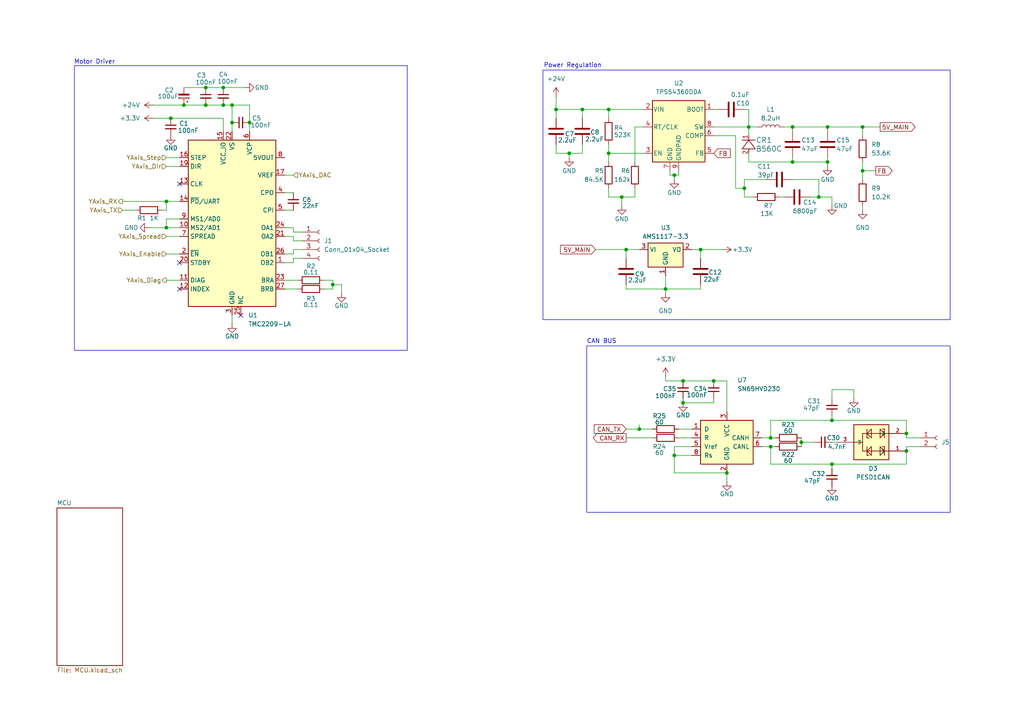
<source format=kicad_sch>
(kicad_sch (version 20250114) (generator "eeschema") (generator_version "9.0")
  (paper "A4")
  (lib_symbols
    (symbol "AS5600L:AS5600L-ASOM" (pin_names (offset 0.254))
      (property "Reference" "U" (at 20.32 10.16 0))
      (property "Value" "AS5600L-ASOM" (at 20.32 7.62 0))
      (symbol "AS5600L-ASOM_0_1"
        (polyline (pts (xy 7.62 5.08) (xy 7.62 -12.7)) (stroke (width 0.127)))
        (polyline (pts (xy 7.62 -12.7) (xy 33.02 -12.7)) (stroke (width 0.127)))
        (polyline (pts (xy 33.02 5.08) (xy 7.62 5.08)) (stroke (width 0.127)))
        (polyline (pts (xy 33.02 -12.7) (xy 33.02 5.08)) (stroke (width 0.127)))
        (pin unspecified line (at 0 0 0) (length 7.62) (name "VDD5V") (number "1"))
        (pin unspecified line (at 0 -2.54 0) (length 7.62) (name "VDD3V3") (number "2"))
        (pin unspecified line (at 0 -5.08 0) (length 7.62) (name "OUT") (number "3"))
        (pin unspecified line (at 0 -7.62 0) (length 7.62) (name "GND") (number "4"))
        (pin unspecified line (at 40.64 0 180) (length 7.62) (name "DIR") (number "8"))
        (pin unspecified line (at 40.64 -2.54 180) (length 7.62) (name "SCL") (number "7"))
        (pin unspecified line (at 40.64 -5.08 180) (length 7.62) (name "SDA") (number "6"))
        (pin unspecified line (at 40.64 -7.62 180) (length 7.62) (name "PGO") (number "5"))
      )
    )
    (symbol "B560C-13-F:B560C-13-F" (pin_names (offset 0.254))
      (property "Reference" "CR1" (at 6.3501 -3.81 90))
      (property "Value" "B560C" (at 3.8101 -3.81 90))
      (symbol "B560C-13-F_1_1"
        (polyline (pts (xy 2.54 0) (xy 3.4798 0)) (stroke (width 0.2032)))
        (polyline (pts (xy 3.175 0) (xy 3.81 0)) (stroke (width 0.2032)))
        (polyline (pts (xy 3.81 1.905) (xy 3.81 -1.905)) (stroke (width 0.2032)))
        (polyline (pts (xy 3.81 -1.905) (xy 6.35 0)) (stroke (width 0.2032)))
        (polyline (pts (xy 6.35 0) (xy 3.81 1.905)) (stroke (width 0.2032)))
        (polyline (pts (xy 6.35 0) (xy 7.62 0)) (stroke (width 0.2032)))
        (polyline (pts (xy 6.35 -1.905) (xy 6.35 1.905)) (stroke (width 0.2032)))
        (pin unspecified line (at 2.54 0 0) (length 0.5) (name "") (number "2"))
        (pin unspecified line (at 7.62 0 180) (length 0.5) (name "") (number "1"))
      )
      (symbol "B560C-13-F_1_2"
        (polyline (pts (xy -1.905 3.81) (xy 1.905 3.81)) (stroke (width 0.2032)))
        (polyline (pts (xy 0 6.35) (xy -1.905 3.81)) (stroke (width 0.2032)))
        (polyline (pts (xy 0 6.35) (xy 0 7.62)) (stroke (width 0.2032)))
        (polyline (pts (xy 0 3.175) (xy 0 3.81)) (stroke (width 0.2032)))
        (polyline (pts (xy 0 2.54) (xy 0 3.4798)) (stroke (width 0.2032)))
        (polyline (pts (xy 1.905 6.35) (xy -1.905 6.35)) (stroke (width 0.2032)))
        (polyline (pts (xy 1.905 3.81) (xy 0 6.35)) (stroke (width 0.2032)))
        (pin unspecified line (at 0 10.16 270) (length 2.54) (name "") (number "1"))
        (pin unspecified line (at 0 0 90) (length 2.54) (name "") (number "2"))
      )
    )
    (symbol "Connector:Conn_01x02_Socket" (pin_names (offset 1.016) (hide yes))
      (property "Reference" "J" (at 0 2.54 0))
      (property "Value" "Conn_01x02_Socket" (at 0 -5.08 0))
      (symbol "Conn_01x02_Socket_1_1"
        (polyline (pts (xy -1.27 0) (xy -0.508 0)) (stroke (width 0.1524)))
        (polyline (pts (xy -1.27 -2.54) (xy -0.508 -2.54)) (stroke (width 0.1524)))
        (arc (start 0 -0.508) (mid -0.5058 0) (end 0 0.508) (stroke (width 0.1524)))
        (arc (start 0 -3.048) (mid -0.5058 -2.54) (end 0 -2.032) (stroke (width 0.1524)))
        (pin passive line (at -5.08 0 0) (length 3.81) (name "Pin_1") (number "1"))
        (pin passive line (at -5.08 -2.54 0) (length 3.81) (name "Pin_2") (number "2"))
      )
    )
    (symbol "Connector:Conn_01x04_Socket" (pin_names (offset 1.016) (hide yes))
      (property "Reference" "J" (at 0 5.08 0))
      (property "Value" "Conn_01x04_Socket" (at 0 -7.62 0))
      (symbol "Conn_01x04_Socket_1_1"
        (polyline (pts (xy -1.27 2.54) (xy -0.508 2.54)) (stroke (width 0.1524)))
        (polyline (pts (xy -1.27 0) (xy -0.508 0)) (stroke (width 0.1524)))
        (polyline (pts (xy -1.27 -2.54) (xy -0.508 -2.54)) (stroke (width 0.1524)))
        (polyline (pts (xy -1.27 -5.08) (xy -0.508 -5.08)) (stroke (width 0.1524)))
        (arc (start 0 2.032) (mid -0.5058 2.54) (end 0 3.048) (stroke (width 0.1524)))
        (arc (start 0 -0.508) (mid -0.5058 0) (end 0 0.508) (stroke (width 0.1524)))
        (arc (start 0 -3.048) (mid -0.5058 -2.54) (end 0 -2.032) (stroke (width 0.1524)))
        (arc (start 0 -5.588) (mid -0.5058 -5.08) (end 0 -4.572) (stroke (width 0.1524)))
        (pin passive line (at -5.08 2.54 0) (length 3.81) (name "Pin_1") (number "1"))
        (pin passive line (at -5.08 0 0) (length 3.81) (name "Pin_2") (number "2"))
        (pin passive line (at -5.08 -2.54 0) (length 3.81) (name "Pin_3") (number "3"))
        (pin passive line (at -5.08 -5.08 0) (length 3.81) (name "Pin_4") (number "4"))
      )
    )
    (symbol "Device:C" (pin_numbers (hide yes)) (pin_names (offset 0.254))
      (property "Reference" "C" (at 0.635 2.54 0))
      (property "Value" "C" (at 0.635 -2.54 0))
      (symbol "C_0_1"
        (polyline (pts (xy -2.032 0.762) (xy 2.032 0.762)) (stroke (width 0.508)))
        (polyline (pts (xy -2.032 -0.762) (xy 2.032 -0.762)) (stroke (width 0.508)))
      )
      (symbol "C_1_1"
        (pin passive line (at 0 3.81 270) (length 2.794) (name "~") (number "1"))
        (pin passive line (at 0 -3.81 90) (length 2.794) (name "~") (number "2"))
      )
    )
    (symbol "Device:C_Polarized_Small" (pin_numbers (hide yes)) (pin_names (offset 0.254) (hide yes))
      (property "Reference" "C" (at 0.254 1.778 0))
      (property "Value" "C_Polarized_Small" (at 0.254 -2.032 0))
      (symbol "C_Polarized_Small_0_1"
        (rectangle (start -1.524 0.6858) (end 1.524 0.3048))
        (rectangle (start -1.524 -0.3048) (end 1.524 -0.6858) (fill (type outline)))
        (polyline (pts (xy -1.27 1.524) (xy -0.762 1.524)))
        (polyline (pts (xy -1.016 1.27) (xy -1.016 1.778)))
      )
      (symbol "C_Polarized_Small_1_1"
        (pin passive line (at 0 2.54 270) (length 1.8542) (name "~") (number "1"))
        (pin passive line (at 0 -2.54 90) (length 1.8542) (name "~") (number "2"))
      )
    )
    (symbol "Device:C_Small" (pin_numbers (hide yes)) (pin_names (offset 0.254) (hide yes))
      (property "Reference" "C" (at 0.254 1.778 0))
      (property "Value" "C_Small" (at 0.254 -2.032 0))
      (symbol "C_Small_0_1"
        (polyline (pts (xy -1.524 0.508) (xy 1.524 0.508)) (stroke (width 0.3048)))
        (polyline (pts (xy -1.524 -0.508) (xy 1.524 -0.508)) (stroke (width 0.3302)))
      )
      (symbol "C_Small_1_1"
        (pin passive line (at 0 2.54 270) (length 2.032) (name "~") (number "1"))
        (pin passive line (at 0 -2.54 90) (length 2.032) (name "~") (number "2"))
      )
    )
    (symbol "Device:L" (pin_numbers (hide yes)) (pin_names (offset 1.016) (hide yes))
      (property "Reference" "L" (at -1.27 0 90))
      (property "Value" "L" (at 1.905 0 90))
      (symbol "L_0_1"
        (arc (start 0 2.54) (mid 0.6323 1.905) (end 0 1.27))
        (arc (start 0 1.27) (mid 0.6323 0.635) (end 0 0))
        (arc (start 0 0) (mid 0.6323 -0.635) (end 0 -1.27))
        (arc (start 0 -1.27) (mid 0.6323 -1.905) (end 0 -2.54))
      )
      (symbol "L_1_1"
        (pin passive line (at 0 3.81 270) (length 1.27) (name "1") (number "1"))
        (pin passive line (at 0 -3.81 90) (length 1.27) (name "2") (number "2"))
      )
    )
    (symbol "Device:R" (pin_numbers (hide yes)) (pin_names (offset 0))
      (property "Reference" "R" (at 2.032 0 90))
      (property "Value" "R" (at 0 0 90))
      (symbol "R_0_1"
        (rectangle (start -1.016 -2.54) (end 1.016 2.54) (stroke (width 0.254)))
      )
      (symbol "R_1_1"
        (pin passive line (at 0 3.81 270) (length 1.27) (name "~") (number "1"))
        (pin passive line (at 0 -3.81 90) (length 1.27) (name "~") (number "2"))
      )
    )
    (symbol "Driver_Motor:TMC2209-LA"
      (property "Reference" "U" (at -11.684 26.924 0))
      (property "Value" "TMC2209-LA" (at 13.208 26.924 0))
      (symbol "TMC2209-LA_0_1"
        (rectangle (start -12.7 25.4) (end 12.7 -22.86) (stroke (width 0.254)) (fill (type background)))
      )
      (symbol "TMC2209-LA_1_1"
        (pin input line (at -15.24 20.32 0) (length 2.54) (name "STEP") (number "16"))
        (pin input line (at -15.24 17.78 0) (length 2.54) (name "DIR") (number "19"))
        (pin input line (at -15.24 12.7 0) (length 2.54) (name "CLK") (number "13"))
        (pin bidirectional line (at -15.24 7.62 0) (length 2.54) (name "~{PD}/UART") (number "14"))
        (pin input line (at -15.24 2.54 0) (length 2.54) (name "MS1/AD0") (number "9"))
        (pin input line (at -15.24 0 0) (length 2.54) (name "MS2/AD1") (number "10"))
        (pin input line (at -15.24 -2.54 0) (length 2.54) (name "SPREAD") (number "7"))
        (pin input line (at -15.24 -7.62 0) (length 2.54) (name "~{EN}") (number "2"))
        (pin input line (at -15.24 -10.16 0) (length 2.54) (name "STDBY") (number "20"))
        (pin output line (at -15.24 -15.24 0) (length 2.54) (name "DIAG") (number "11"))
        (pin output line (at -15.24 -17.78 0) (length 2.54) (name "INDEX") (number "12"))
        (pin power_in line (at -2.54 27.94 270) (length 2.54) (name "VCC_IO") (number "15"))
        (pin power_in line (at 0 27.94 270) (length 2.54) (name "VS") (number "22"))
        (pin passive line (at 0 27.94 270) (length 2.54) (hide yes) (name "VS") (number "28"))
        (pin passive line (at 0 -25.4 90) (length 2.54) (hide yes) (name "GND") (number "18"))
        (pin passive line (at 0 -25.4 90) (length 2.54) (hide yes) (name "GND") (number "29"))
        (pin power_in line (at 0 -25.4 90) (length 2.54) (name "GND") (number "3"))
        (pin passive line (at 2.54 -25.4 90) (length 2.54) (name "NC") (number "25"))
        (pin output line (at 5.08 27.94 270) (length 2.54) (name "VCP") (number "6"))
        (pin power_out line (at 15.24 20.32 180) (length 2.54) (name "5VOUT") (number "8"))
        (pin passive line (at 15.24 15.24 180) (length 2.54) (name "VREF") (number "17"))
        (pin input line (at 15.24 10.16 180) (length 2.54) (name "CPO") (number "4"))
        (pin input line (at 15.24 5.08 180) (length 2.54) (name "CPI") (number "5"))
        (pin output line (at 15.24 0 180) (length 2.54) (name "OA1") (number "24"))
        (pin output line (at 15.24 -2.54 180) (length 2.54) (name "OA2") (number "21"))
        (pin output line (at 15.24 -7.62 180) (length 2.54) (name "OB1") (number "26"))
        (pin output line (at 15.24 -10.16 180) (length 2.54) (name "OB2") (number "1"))
        (pin input line (at 15.24 -15.24 180) (length 2.54) (name "BRA") (number "23"))
        (pin input line (at 15.24 -17.78 180) (length 2.54) (name "BRB") (number "27"))
      )
    )
    (symbol "Interface_CAN_LIN:SN65HVD230" (pin_names (offset 1.016))
      (property "Reference" "U" (at -2.54 10.16 0))
      (property "Value" "SN65HVD230" (at -2.54 7.62 0))
      (symbol "SN65HVD230_0_1"
        (rectangle (start -7.62 5.08) (end 7.62 -7.62) (stroke (width 0.254)) (fill (type background)))
      )
      (symbol "SN65HVD230_1_1"
        (pin input line (at -10.16 2.54 0) (length 2.54) (name "D") (number "1"))
        (pin output line (at -10.16 0 0) (length 2.54) (name "R") (number "4"))
        (pin output line (at -10.16 -2.54 0) (length 2.54) (name "Vref") (number "5"))
        (pin input line (at -10.16 -5.08 0) (length 2.54) (name "Rs") (number "8"))
        (pin power_in line (at 0 7.62 270) (length 2.54) (name "VCC") (number "3"))
        (pin power_in line (at 0 -10.16 90) (length 2.54) (name "GND") (number "2"))
        (pin bidirectional line (at 10.16 0 180) (length 2.54) (name "CANH") (number "7"))
        (pin bidirectional line (at 10.16 -2.54 180) (length 2.54) (name "CANL") (number "6"))
      )
    )
    (symbol "PESD1CAN:PESD1CAN" (pin_names (offset 1.016))
      (property "Reference" "D" (at 0 11.4366 0))
      (property "Value" "PESD1CAN" (at 0 -2.542 0))
      (symbol "PESD1CAN_0_0"
        (polyline (pts (xy 0 7.62) (xy 1.27 7.62)) (stroke (width 0.2032)))
        (polyline (pts (xy 0 2.54) (xy 1.27 2.54)) (stroke (width 0.2032)))
        (rectangle (start 0 0) (end 10.16 10.16) (stroke (width 0.254)) (fill (type background)))
        (polyline (pts (xy 1.27 8.89) (xy 1.27 7.62)) (stroke (width 0.2032)))
        (polyline (pts (xy 1.27 7.62) (xy 1.27 6.35)) (stroke (width 0.2032)))
        (polyline (pts (xy 1.27 7.62) (xy 2.54 8.89)) (stroke (width 0.2032)))
        (polyline (pts (xy 1.27 7.62) (xy 6.35 7.62)) (stroke (width 0.2032)))
        (polyline (pts (xy 1.27 6.35) (xy 1.905 6.35)) (stroke (width 0.2032)))
        (polyline (pts (xy 1.27 3.81) (xy 1.27 2.54)) (stroke (width 0.2032)))
        (polyline (pts (xy 1.27 2.54) (xy 1.27 1.27)) (stroke (width 0.2032)))
        (polyline (pts (xy 1.27 2.54) (xy 2.54 3.81)) (stroke (width 0.2032)))
        (polyline (pts (xy 1.27 2.54) (xy 6.35 2.54)) (stroke (width 0.2032)))
        (polyline (pts (xy 1.27 1.27) (xy 1.905 1.27)) (stroke (width 0.2032)))
        (polyline (pts (xy 2.54 8.89) (xy 2.54 6.35)) (stroke (width 0.2032)))
        (polyline (pts (xy 2.54 6.35) (xy 1.27 7.62)) (stroke (width 0.2032)))
        (polyline (pts (xy 2.54 3.81) (xy 2.54 1.27)) (stroke (width 0.2032)))
        (polyline (pts (xy 2.54 1.27) (xy 1.27 2.54)) (stroke (width 0.2032)))
        (polyline (pts (xy 5.08 8.89) (xy 5.08 6.35)) (stroke (width 0.2032)))
        (polyline (pts (xy 5.08 6.35) (xy 6.35 7.62)) (stroke (width 0.2032)))
        (polyline (pts (xy 5.08 3.81) (xy 5.08 1.27)) (stroke (width 0.2032)))
        (polyline (pts (xy 5.08 1.27) (xy 6.35 2.54)) (stroke (width 0.2032)))
        (polyline (pts (xy 6.35 8.89) (xy 5.715 8.89)) (stroke (width 0.2032)))
        (polyline (pts (xy 6.35 7.62) (xy 5.08 8.89)) (stroke (width 0.2032)))
        (polyline (pts (xy 6.35 7.62) (xy 6.35 8.89)) (stroke (width 0.2032)))
        (polyline (pts (xy 6.35 7.62) (xy 7.62 7.62)) (stroke (width 0.2032)))
        (polyline (pts (xy 6.35 6.35) (xy 6.35 7.62)) (stroke (width 0.2032)))
        (polyline (pts (xy 6.35 3.81) (xy 5.715 3.81)) (stroke (width 0.2032)))
        (polyline (pts (xy 6.35 2.54) (xy 5.08 3.81)) (stroke (width 0.2032)))
        (polyline (pts (xy 6.35 2.54) (xy 6.35 3.81)) (stroke (width 0.2032)))
        (polyline (pts (xy 6.35 2.54) (xy 7.62 2.54)) (stroke (width 0.2032)))
        (polyline (pts (xy 6.35 1.27) (xy 6.35 2.54)) (stroke (width 0.2032)))
        (polyline (pts (xy 7.62 7.62) (xy 7.62 5.08)) (stroke (width 0.2032)))
        (polyline (pts (xy 7.62 5.08) (xy 7.62 2.54)) (stroke (width 0.2032)))
        (polyline (pts (xy 7.62 5.08) (xy 10.16 5.08)) (stroke (width 0.2032)))
        (pin bidirectional line (at -5.08 7.62 0) (length 5.08) (name "1") (number "1"))
        (pin bidirectional line (at -5.08 2.54 0) (length 5.08) (name "2") (number "2"))
        (pin bidirectional line (at 15.24 5.08 180) (length 5.08) (name "3") (number "3"))
      )
    )
    (symbol "Regulator_Linear:AMS1117-3.3"
      (property "Reference" "U" (at -3.81 3.175 0))
      (property "Value" "AMS1117-3.3" (at 0 3.175 0))
      (symbol "AMS1117-3.3_0_1"
        (rectangle (start -5.08 -5.08) (end 5.08 1.905) (stroke (width 0.254)) (fill (type background)))
      )
      (symbol "AMS1117-3.3_1_1"
        (pin power_in line (at -7.62 0 0) (length 2.54) (name "VI") (number "3"))
        (pin power_in line (at 0 -7.62 90) (length 2.54) (name "GND") (number "1"))
        (pin power_out line (at 7.62 0 180) (length 2.54) (name "VO") (number "2"))
      )
    )
    (symbol "Regulator_Switching:TPS54360DDA" (pin_names (offset 0.254))
      (property "Reference" "U" (at -7.62 11.43 0))
      (property "Value" "TPS54360DDA" (at -7.62 8.89 0))
      (symbol "TPS54360DDA_0_1"
        (rectangle (start -7.62 7.62) (end 7.62 -10.16) (stroke (width 0.254)) (fill (type background)))
      )
      (symbol "TPS54360DDA_1_1"
        (pin power_in line (at -10.16 5.08 0) (length 2.54) (name "VIN") (number "2"))
        (pin input line (at -10.16 0 0) (length 2.54) (name "RT/CLK") (number "4"))
        (pin input line (at -10.16 -7.62 0) (length 2.54) (name "EN") (number "3"))
        (pin power_in line (at -2.54 -12.7 90) (length 2.54) (name "GND") (number "7"))
        (pin power_in line (at 0 -12.7 90) (length 2.54) (name "GNDPAD") (number "9"))
        (pin input line (at 10.16 5.08 180) (length 2.54) (name "BOOT") (number "1"))
        (pin output line (at 10.16 0 180) (length 2.54) (name "SW") (number "8"))
        (pin passive line (at 10.16 -2.54 180) (length 2.54) (name "COMP") (number "6"))
        (pin input line (at 10.16 -7.62 180) (length 2.54) (name "FB") (number "5"))
      )
    )
    (symbol "power:+24V" (power) (pin_numbers (hide yes)) (pin_names (offset 0) (hide yes))
      (property "Value" "+24V" (at 0 3.556 0))
      (symbol "+24V_0_1"
        (polyline (pts (xy -0.762 1.27) (xy 0 2.54)))
        (polyline (pts (xy 0 2.54) (xy 0.762 1.27)))
        (polyline (pts (xy 0 0) (xy 0 2.54)))
      )
      (symbol "+24V_1_1"
        (pin power_in line (at 0 0 90) (length 0) (name "~") (number "1"))
      )
    )
    (symbol "power:+3.3V" (power) (pin_numbers (hide yes)) (pin_names (offset 0) (hide yes))
      (property "Value" "+3.3V" (at 0 3.556 0))
      (symbol "+3.3V_0_1"
        (polyline (pts (xy -0.762 1.27) (xy 0 2.54)))
        (polyline (pts (xy 0 2.54) (xy 0.762 1.27)))
        (polyline (pts (xy 0 0) (xy 0 2.54)))
      )
      (symbol "+3.3V_1_1"
        (pin power_in line (at 0 0 90) (length 0) (name "~") (number "1"))
      )
    )
    (symbol "power:GND" (power) (pin_numbers (hide yes)) (pin_names (offset 0) (hide yes))
      (property "Value" "GND" (at 0 -3.81 0))
      (symbol "GND_0_1"
        (polyline (pts (xy 0 0) (xy 0 -1.27) (xy 1.27 -1.27) (xy 0 -2.54) (xy -1.27 -1.27) (xy 0 -1.27)))
      )
      (symbol "GND_1_1"
        (pin power_in line (at 0 0 270) (length 0) (name "~") (number "1"))
      )
    )
  )
  (rectangle (start 170.18 100.33) (end 275.59 148.59))
  (rectangle (start 157.48 20.32) (end 275.59 92.71))
  (rectangle (start 21.59 19.05) (end 118.11 101.6))
  (text "Motor Driver" (at 27.432 18.034 0) (effects (font (size 1.27 1.27))))
  (text "Power Regulation" (at 166.116 19.05 0) (effects (font (size 1.27 1.27))))
  (text "CAN BUS" (at 170.18 99.06 0) (effects (font (size 1.27 1.27)) (justify left)))
  (junction (at 237.49 57.15))
  (junction (at 198.12 110.49))
  (junction (at 185.42 124.46))
  (junction (at 165.1 44.45))
  (junction (at 250.19 49.53))
  (junction (at 223.52 129.54))
  (junction (at 64.77 25.4))
  (junction (at 229.87 36.83))
  (junction (at 59.69 25.4))
  (junction (at 49.53 34.29))
  (junction (at 59.69 30.48))
  (junction (at 176.53 44.45))
  (junction (at 96.52 82.55))
  (junction (at 223.52 127))
  (junction (at 207.01 110.49))
  (junction (at 72.39 35.56))
  (junction (at 195.58 132.08))
  (junction (at 215.9 54.61))
  (junction (at 168.91 31.75))
  (junction (at 203.2 72.39))
  (junction (at 176.53 31.75))
  (junction (at 241.3 121.92))
  (junction (at 229.87 46.99))
  (junction (at 262.89 125.73))
  (junction (at 262.89 130.81))
  (junction (at 193.04 83.82))
  (junction (at 232.41 128.27))
  (junction (at 210.82 137.16))
  (junction (at 48.26 58.42))
  (junction (at 198.12 116.84))
  (junction (at 217.17 36.83))
  (junction (at 241.3 134.62))
  (junction (at 180.34 57.15))
  (junction (at 161.29 31.75))
  (junction (at 240.03 46.99))
  (junction (at 181.61 72.39))
  (junction (at 67.31 35.56))
  (junction (at 64.77 30.48))
  (junction (at 240.03 36.83))
  (junction (at 195.58 50.8))
  (junction (at 48.26 66.04))
  (junction (at 67.31 30.48))
  (junction (at 53.34 30.48))
  (junction (at 250.19 36.83))
  (no_connect (at 52.07 76.2))
  (no_connect (at 69.85 91.44))
  (no_connect (at 52.07 83.82))
  (no_connect (at 52.07 53.34))
  (wire (pts (xy 198.12 110.49) (xy 207.01 110.49)))
  (wire (pts (xy 44.45 30.48) (xy 53.34 30.48)))
  (wire (pts (xy 43.18 66.04) (xy 48.26 66.04)))
  (wire (pts (xy 96.52 83.82) (xy 93.98 83.82)))
  (wire (pts (xy 35.56 60.96) (xy 39.37 60.96)))
  (wire (pts (xy 181.61 124.46) (xy 185.42 124.46)))
  (wire (pts (xy 218.44 57.15) (xy 215.9 57.15)))
  (wire (pts (xy 49.53 34.29) (xy 64.77 34.29)))
  (wire (pts (xy 240.03 36.83) (xy 250.19 36.83)))
  (wire (pts (xy 165.1 44.45) (xy 161.29 44.45)))
  (wire (pts (xy 82.55 81.28) (xy 86.36 81.28)))
  (wire (pts (xy 99.06 82.55) (xy 99.06 85.09)))
  (wire (pts (xy 241.3 113.03) (xy 247.65 113.03)))
  (wire (pts (xy 72.39 30.48) (xy 67.31 30.48)))
  (wire (pts (xy 200.66 129.54) (xy 195.58 129.54)))
  (wire (pts (xy 85.09 73.66) (xy 85.09 72.39)))
  (wire (pts (xy 241.3 115.57) (xy 241.3 113.03)))
  (wire (pts (xy 82.55 55.88) (xy 85.09 55.88)))
  (wire (pts (xy 161.29 41.91) (xy 161.29 44.45)))
  (wire (pts (xy 161.29 31.75) (xy 168.91 31.75)))
  (wire (pts (xy 241.3 121.92) (xy 223.52 121.92)))
  (wire (pts (xy 185.42 124.46) (xy 185.42 123.19)))
  (wire (pts (xy 176.53 57.15) (xy 180.34 57.15)))
  (wire (pts (xy 48.26 73.66) (xy 52.07 73.66)))
  (wire (pts (xy 195.58 129.54) (xy 195.58 132.08)))
  (wire (pts (xy 250.19 36.83) (xy 250.19 39.37)))
  (wire (pts (xy 195.58 50.8) (xy 196.85 50.8)))
  (wire (pts (xy 196.85 127) (xy 200.66 127)))
  (wire (pts (xy 240.03 46.99) (xy 240.03 48.26)))
  (wire (pts (xy 189.23 124.46) (xy 185.42 124.46)))
  (wire (pts (xy 241.3 134.62) (xy 223.52 134.62)))
  (wire (pts (xy 207.01 115.57) (xy 207.01 116.84)))
  (wire (pts (xy 48.26 60.96) (xy 48.26 58.42)))
  (wire (pts (xy 222.25 52.07) (xy 215.9 52.07)))
  (wire (pts (xy 176.53 44.45) (xy 176.53 46.99)))
  (wire (pts (xy 168.91 31.75) (xy 168.91 34.29)))
  (wire (pts (xy 215.9 52.07) (xy 215.9 54.61)))
  (wire (pts (xy 229.87 52.07) (xy 237.49 52.07)))
  (wire (pts (xy 250.19 49.53) (xy 254 49.53)))
  (wire (pts (xy 184.15 46.99) (xy 184.15 36.83)))
  (wire (pts (xy 232.41 128.27) (xy 232.41 129.54)))
  (wire (pts (xy 161.29 27.94) (xy 161.29 31.75)))
  (wire (pts (xy 72.39 35.56) (xy 72.39 30.48)))
  (wire (pts (xy 215.9 54.61) (xy 215.9 57.15)))
  (wire (pts (xy 227.33 36.83) (xy 229.87 36.83)))
  (wire (pts (xy 198.12 115.57) (xy 198.12 116.84)))
  (wire (pts (xy 165.1 44.45) (xy 165.1 45.72)))
  (wire (pts (xy 193.04 83.82) (xy 193.04 85.09)))
  (wire (pts (xy 250.19 46.99) (xy 250.19 49.53)))
  (wire (pts (xy 262.89 134.62) (xy 262.89 130.81)))
  (wire (pts (xy 203.2 72.39) (xy 203.2 74.93)))
  (wire (pts (xy 237.49 52.07) (xy 237.49 57.15)))
  (wire (pts (xy 266.7 129.54) (xy 262.89 129.54)))
  (wire (pts (xy 176.53 44.45) (xy 186.69 44.45)))
  (wire (pts (xy 48.26 58.42) (xy 35.56 58.42)))
  (wire (pts (xy 85.09 69.85) (xy 87.63 69.85)))
  (wire (pts (xy 181.61 72.39) (xy 185.42 72.39)))
  (wire (pts (xy 85.09 76.2) (xy 85.09 74.93)))
  (wire (pts (xy 266.7 127) (xy 262.89 127)))
  (wire (pts (xy 217.17 36.83) (xy 217.17 39.37)))
  (wire (pts (xy 82.55 50.8) (xy 85.09 50.8)))
  (wire (pts (xy 48.26 81.28) (xy 52.07 81.28)))
  (wire (pts (xy 82.55 73.66) (xy 85.09 73.66)))
  (wire (pts (xy 181.61 72.39) (xy 181.61 74.93)))
  (wire (pts (xy 193.04 80.01) (xy 193.04 83.82)))
  (wire (pts (xy 180.34 57.15) (xy 184.15 57.15)))
  (wire (pts (xy 207.01 31.75) (xy 208.28 31.75)))
  (wire (pts (xy 67.31 91.44) (xy 67.31 93.98)))
  (wire (pts (xy 72.39 35.56) (xy 72.39 38.1)))
  (wire (pts (xy 67.31 30.48) (xy 64.77 30.48)))
  (wire (pts (xy 237.49 57.15) (xy 234.95 57.15)))
  (wire (pts (xy 217.17 31.75) (xy 217.17 36.83)))
  (wire (pts (xy 220.98 129.54) (xy 223.52 129.54)))
  (wire (pts (xy 250.19 49.53) (xy 250.19 52.07)))
  (wire (pts (xy 48.26 58.42) (xy 52.07 58.42)))
  (wire (pts (xy 193.04 110.49) (xy 198.12 110.49)))
  (wire (pts (xy 223.52 121.92) (xy 223.52 127)))
  (wire (pts (xy 210.82 110.49) (xy 210.82 119.38)))
  (wire (pts (xy 229.87 36.83) (xy 229.87 38.1)))
  (wire (pts (xy 194.31 50.8) (xy 194.31 49.53)))
  (wire (pts (xy 223.52 134.62) (xy 223.52 129.54)))
  (wire (pts (xy 207.01 39.37) (xy 213.36 39.37)))
  (wire (pts (xy 48.26 68.58) (xy 52.07 68.58)))
  (wire (pts (xy 213.36 39.37) (xy 213.36 54.61)))
  (wire (pts (xy 213.36 54.61) (xy 215.9 54.61)))
  (wire (pts (xy 165.1 44.45) (xy 168.91 44.45)))
  (wire (pts (xy 53.34 30.48) (xy 59.69 30.48)))
  (wire (pts (xy 241.3 135.89) (xy 241.3 134.62)))
  (wire (pts (xy 193.04 83.82) (xy 203.2 83.82)))
  (wire (pts (xy 217.17 36.83) (xy 219.71 36.83)))
  (wire (pts (xy 207.01 110.49) (xy 210.82 110.49)))
  (wire (pts (xy 46.99 60.96) (xy 48.26 60.96)))
  (wire (pts (xy 262.89 121.92) (xy 262.89 125.73)))
  (wire (pts (xy 241.3 134.62) (xy 262.89 134.62)))
  (wire (pts (xy 194.31 50.8) (xy 195.58 50.8)))
  (wire (pts (xy 184.15 54.61) (xy 184.15 57.15)))
  (wire (pts (xy 48.26 48.26) (xy 52.07 48.26)))
  (wire (pts (xy 184.15 36.83) (xy 186.69 36.83)))
  (wire (pts (xy 96.52 82.55) (xy 96.52 83.82)))
  (wire (pts (xy 195.58 132.08) (xy 200.66 132.08)))
  (wire (pts (xy 85.09 68.58) (xy 85.09 69.85)))
  (wire (pts (xy 96.52 82.55) (xy 99.06 82.55)))
  (wire (pts (xy 82.55 60.96) (xy 85.09 60.96)))
  (wire (pts (xy 241.3 120.65) (xy 241.3 121.92)))
  (wire (pts (xy 176.53 31.75) (xy 176.53 34.29)))
  (wire (pts (xy 82.55 66.04) (xy 85.09 66.04)))
  (wire (pts (xy 229.87 46.99) (xy 217.17 46.99)))
  (wire (pts (xy 200.66 72.39) (xy 203.2 72.39)))
  (wire (pts (xy 176.53 31.75) (xy 186.69 31.75)))
  (wire (pts (xy 229.87 45.72) (xy 229.87 46.99)))
  (wire (pts (xy 215.9 31.75) (xy 217.17 31.75)))
  (wire (pts (xy 96.52 81.28) (xy 96.52 82.55)))
  (wire (pts (xy 232.41 127) (xy 232.41 128.27)))
  (wire (pts (xy 168.91 41.91) (xy 168.91 44.45)))
  (wire (pts (xy 48.26 63.5) (xy 48.26 66.04)))
  (wire (pts (xy 59.69 30.48) (xy 64.77 30.48)))
  (wire (pts (xy 172.72 72.39) (xy 181.61 72.39)))
  (wire (pts (xy 48.26 45.72) (xy 52.07 45.72)))
  (wire (pts (xy 195.58 50.8) (xy 195.58 52.07)))
  (wire (pts (xy 67.31 35.56) (xy 67.31 30.48)))
  (wire (pts (xy 85.09 74.93) (xy 87.63 74.93)))
  (wire (pts (xy 203.2 83.82) (xy 203.2 82.55)))
  (wire (pts (xy 223.52 129.54) (xy 224.79 129.54)))
  (wire (pts (xy 207.01 36.83) (xy 217.17 36.83)))
  (wire (pts (xy 53.34 25.4) (xy 59.69 25.4)))
  (wire (pts (xy 262.89 127) (xy 262.89 125.73)))
  (wire (pts (xy 195.58 137.16) (xy 210.82 137.16)))
  (wire (pts (xy 262.89 129.54) (xy 262.89 130.81)))
  (wire (pts (xy 250.19 59.69) (xy 250.19 60.96)))
  (wire (pts (xy 85.09 67.31) (xy 87.63 67.31)))
  (wire (pts (xy 241.3 57.15) (xy 241.3 59.69)))
  (wire (pts (xy 237.49 57.15) (xy 241.3 57.15)))
  (wire (pts (xy 195.58 132.08) (xy 195.58 137.16)))
  (wire (pts (xy 181.61 83.82) (xy 193.04 83.82)))
  (wire (pts (xy 223.52 127) (xy 224.79 127)))
  (wire (pts (xy 82.55 83.82) (xy 86.36 83.82)))
  (wire (pts (xy 193.04 109.22) (xy 193.04 110.49)))
  (wire (pts (xy 210.82 137.16) (xy 210.82 139.7)))
  (wire (pts (xy 241.3 128.27) (xy 242.57 128.27)))
  (wire (pts (xy 59.69 25.4) (xy 64.77 25.4)))
  (wire (pts (xy 64.77 25.4) (xy 71.12 25.4)))
  (wire (pts (xy 181.61 82.55) (xy 181.61 83.82)))
  (wire (pts (xy 180.34 57.15) (xy 180.34 59.69)))
  (wire (pts (xy 82.55 76.2) (xy 85.09 76.2)))
  (wire (pts (xy 250.19 36.83) (xy 255.27 36.83)))
  (wire (pts (xy 196.85 124.46) (xy 200.66 124.46)))
  (wire (pts (xy 64.77 34.29) (xy 64.77 38.1)))
  (wire (pts (xy 44.45 34.29) (xy 49.53 34.29)))
  (wire (pts (xy 176.53 41.91) (xy 176.53 44.45)))
  (wire (pts (xy 93.98 81.28) (xy 96.52 81.28)))
  (wire (pts (xy 241.3 121.92) (xy 262.89 121.92)))
  (wire (pts (xy 161.29 31.75) (xy 161.29 34.29)))
  (wire (pts (xy 67.31 35.56) (xy 67.31 38.1)))
  (wire (pts (xy 232.41 128.27) (xy 236.22 128.27)))
  (wire (pts (xy 176.53 54.61) (xy 176.53 57.15)))
  (wire (pts (xy 168.91 31.75) (xy 176.53 31.75)))
  (wire (pts (xy 203.2 72.39) (xy 209.55 72.39)))
  (wire (pts (xy 226.06 57.15) (xy 227.33 57.15)))
  (wire (pts (xy 52.07 63.5) (xy 48.26 63.5)))
  (wire (pts (xy 196.85 50.8) (xy 196.85 49.53)))
  (wire (pts (xy 217.17 44.45) (xy 217.17 46.99)))
  (wire (pts (xy 85.09 66.04) (xy 85.09 67.31)))
  (wire (pts (xy 82.55 68.58) (xy 85.09 68.58)))
  (wire (pts (xy 247.65 113.03) (xy 247.65 115.57)))
  (wire (pts (xy 48.26 66.04) (xy 52.07 66.04)))
  (wire (pts (xy 220.98 127) (xy 223.52 127)))
  (wire (pts (xy 181.61 127) (xy 189.23 127)))
  (wire (pts (xy 240.03 45.72) (xy 240.03 46.99)))
  (wire (pts (xy 207.01 116.84) (xy 198.12 116.84)))
  (wire (pts (xy 240.03 36.83) (xy 240.03 38.1)))
  (wire (pts (xy 229.87 36.83) (xy 240.03 36.83)))
  (wire (pts (xy 240.03 46.99) (xy 229.87 46.99)))
  (wire (pts (xy 85.09 72.39) (xy 87.63 72.39)))
  (global_label "CAN_TX" (shape input) (at 181.61 124.46 180) (property "Intersheetrefs" "${INTERSHEET_REFS}" (effects (hide yes))))
  (global_label "CAN_RX" (shape output) (at 181.61 127 180) (property "Intersheetrefs" "${INTERSHEET_REFS}" (effects (hide yes))))
  (global_label "5V_MAIN" (shape input) (at 172.72 72.39 180) (property "Intersheetrefs" "${INTERSHEET_REFS}" (effects (hide yes))))
  (global_label "FB" (shape output) (at 254 49.53 0) (property "Intersheetrefs" "${INTERSHEET_REFS}" (effects (hide yes))))
  (global_label "5V_MAIN" (shape output) (at 255.27 36.83 0) (property "Intersheetrefs" "${INTERSHEET_REFS}" (effects (hide yes))))
  (global_label "FB" (shape input) (at 207.01 44.45 0) (property "Intersheetrefs" "${INTERSHEET_REFS}" (effects (hide yes))))
  (hierarchical_label "YAxis_Spread" (shape input) (at 48.26 68.58 180))
  (hierarchical_label "YAxis_RX" (shape output) (at 35.56 58.42 180))
  (hierarchical_label "YAxis_Step" (shape input) (at 48.26 45.72 180))
  (hierarchical_label "YAxis_DAC" (shape input) (at 85.09 50.8 0))
  (hierarchical_label "YAxis_Enable" (shape input) (at 48.26 73.66 180))
  (hierarchical_label "YAxis_Dir" (shape input) (at 48.26 48.26 180))
  (hierarchical_label "YAxis_TX" (shape input) (at 35.56 60.96 180))
  (hierarchical_label "YAxis_Diag" (shape output) (at 48.26 81.28 180))
  (symbol (lib_id "Regulator_Linear:AMS1117-3.3") (at 193.04 72.39 0) (unit 1)
    (property "Reference" "U3" (at 193.04 66.04 0))
    (property "Value" "AMS1117-3.3" (at 193.04 68.58 0))
    (property "Footprint" "Package_TO_SOT_SMD:SOT-223-3_TabPin2" (effects (hide yes)))
    (property "Datasheet" "http://www.advanced-monolithic.com/pdf/ds1117.pdf" (effects (hide yes)))
    (property "Description" "1A Low Dropout regulator, positive, 3.3V fixed output, SOT-223" (effects (hide yes)))
  )
  (symbol (lib_id "Device:R") (at 250.19 55.88 0) (unit 1)
    (property "Reference" "R9" (at 252.73 54.6099 0) (effects (justify left)))
    (property "Value" "10.2K" (at 252.73 57.1499 0) (effects (justify left)))
    (property "Footprint" "Resistor_SMD:R_0603_1608Metric_Pad0.98x0.95mm_HandSolder" (effects (hide yes)))
    (property "Description" "Resistor" (effects (hide yes)))
  )
  (symbol (lib_id "B560C-13-F:B560C-13-F") (at 217.17 46.99 90) (unit 1)
    (property "Reference" "CR1" (at 219.202 40.64 90) (effects (font (size 1.524 1.524)) (justify right)))
    (property "Value" "B560C" (at 219.202 43.18 90) (effects (font (size 1.524 1.524)) (justify right)))
    (property "Footprint" "B560C-13-F-Schottky Diode:SMC_DIO" (effects (hide yes)))
    (property "Datasheet" "B560C-13-F" (effects (hide yes)))
  )
  (symbol (lib_id "Connector:Conn_01x02_Socket") (at 271.78 127 0) (unit 1)
    (property "Reference" "J5" (at 273.05 128.27 0) (effects (justify left)))
    (property "Value" "Conn_01x02_Socket" (effects (hide yes)))
    (property "Footprint" "Connector_JST:JST_XH_B2B-XH-A_1x02_P2.50mm_Vertical" (effects (hide yes)))
    (property "Description" "Generic connector, single row, 01x02, script generated" (effects (hide yes)))
  )
  (symbol (lib_id "Device:L") (at 223.52 36.83 90) (unit 1)
    (property "Reference" "L1" (at 223.52 31.75 90))
    (property "Value" "8.2uH" (at 223.52 34.29 90))
    (property "Footprint" "Inductor_SMD:L_0603_1608Metric_Pad1.05x0.95mm_HandSolder" (effects (hide yes)))
    (property "Description" "Inductor" (effects (hide yes)))
  )
  (symbol (lib_id "AS5600L:AS5600L-ASOM") (at -85.09 142.24 0) (unit 1)
    (property "Reference" "U4" (at -64.77 132.08 0) (effects (font (size 1.524 1.524))))
    (property "Value" "AS5600L-ASOM" (at -64.77 134.62 0) (effects (font (size 1.524 1.524))))
    (property "Footprint" "AS5600L-ASOM_AMS" (effects (hide yes)))
    (property "Datasheet" "AS5600L-ASOM" (effects (hide yes)))
  )
  (symbol (lib_id "Device:R") (at 250.19 43.18 0) (unit 1)
    (property "Reference" "R8" (at 252.73 41.9099 0) (effects (justify left)))
    (property "Value" "53.6K" (at 252.73 44.4499 0) (effects (justify left)))
    (property "Footprint" "Resistor_SMD:R_0603_1608Metric_Pad0.98x0.95mm_HandSolder" (effects (hide yes)))
    (property "Description" "Resistor" (effects (hide yes)))
  )
  (symbol (lib_id "Device:R") (at 228.6 127 90) (unit 1)
    (property "Reference" "R23" (at 228.6 123.19 90))
    (property "Value" "60" (at 228.6 124.968 90))
    (property "Footprint" "Resistor_SMD:R_0603_1608Metric_Pad0.98x0.95mm_HandSolder" (effects (hide yes)))
    (property "Description" "Resistor" (effects (hide yes)))
  )
  (symbol (lib_id "power:GND") (at 210.82 139.7 0) (unit 1)
    (property "Reference" "#PWR038" (effects (hide yes)))
    (property "Value" "GND" (at 210.82 143.256 0))
    (property "Description" "Power symbol creates a global label with name \"GND\" , ground" (effects (hide yes)))
  )
  (symbol (lib_id "power:GND") (at 165.1 45.72 0) (unit 1)
    (property "Reference" "#PWR09" (effects (hide yes)))
    (property "Value" "GND" (at 165.1 49.53 0))
    (property "Description" "Power symbol creates a global label with name \"GND\" , ground" (effects (hide yes)))
  )
  (symbol (lib_id "Device:R") (at 90.17 83.82 90) (unit 1)
    (property "Reference" "R3" (at 90.17 86.614 90))
    (property "Value" "0.11" (at 90.17 88.392 90))
    (property "Footprint" "Resistor_SMD:R_0603_1608Metric_Pad0.98x0.95mm_HandSolder" (effects (hide yes)))
    (property "Description" "Resistor" (effects (hide yes)))
  )
  (symbol (lib_id "power:+3.3V") (at 44.45 34.29 90) (unit 1)
    (property "Reference" "#PWR03" (effects (hide yes)))
    (property "Value" "+3.3V" (at 40.64 34.2899 90) (effects (justify left)))
    (property "Description" "Power symbol creates a global label with name \"+3.3V\"" (effects (hide yes)))
  )
  (symbol (lib_id "Device:R") (at 90.17 81.28 270) (unit 1)
    (property "Reference" "R2" (at 90.17 77.216 90))
    (property "Value" "0.11" (at 90.17 78.994 90))
    (property "Footprint" "Resistor_SMD:R_0603_1608Metric_Pad0.98x0.95mm_HandSolder" (effects (hide yes)))
    (property "Description" "Resistor" (effects (hide yes)))
  )
  (symbol (lib_id "Device:R") (at 193.04 127 90) (unit 1)
    (property "Reference" "R24" (at 191.262 129.54 90))
    (property "Value" "60" (at 191.262 131.318 90))
    (property "Footprint" "Resistor_SMD:R_0603_1608Metric_Pad0.98x0.95mm_HandSolder" (effects (hide yes)))
    (property "Description" "Resistor" (effects (hide yes)))
  )
  (symbol (lib_id "Device:C") (at 181.61 78.74 180) (unit 1)
    (property "Reference" "C9" (at 184.15 79.502 0) (effects (justify right)))
    (property "Value" "2.2uF" (at 182.118 81.28 0) (effects (justify right)))
    (property "Footprint" "Capacitor_SMD:C_0603_1608Metric_Pad1.08x0.95mm_HandSolder" (effects (hide yes)))
    (property "Description" "Unpolarized capacitor" (effects (hide yes)))
  )
  (symbol (lib_id "Device:C_Small") (at 238.76 128.27 90) (unit 1)
    (property "Reference" "C30" (at 239.776 127 90) (effects (justify right)))
    (property "Value" "4.7nF" (at 240.03 129.54 90) (effects (justify right)))
    (property "Footprint" "Capacitor_SMD:C_0603_1608Metric_Pad1.08x0.95mm_HandSolder" (effects (hide yes)))
    (property "Description" "Unpolarized capacitor, small symbol" (effects (hide yes)))
  )
  (symbol (lib_id "Device:C_Small") (at 85.09 58.42 0) (unit 1)
    (property "Reference" "C6" (at 87.63 57.912 0) (effects (justify left)))
    (property "Value" "22nF" (at 87.63 59.6962 0) (effects (justify left)))
    (property "Footprint" "Capacitor_SMD:C_0603_1608Metric_Pad1.08x0.95mm_HandSolder" (effects (hide yes)))
    (property "Description" "Unpolarized capacitor, small symbol" (effects (hide yes)))
  )
  (symbol (lib_id "Device:C") (at 226.06 52.07 90) (unit 1)
    (property "Reference" "C11" (at 219.71 48.26 90) (effects (justify right)))
    (property "Value" "39pF" (at 219.71 50.8 90) (effects (justify right)))
    (property "Footprint" "Capacitor_SMD:C_0603_1608Metric_Pad1.08x0.95mm_HandSolder" (effects (hide yes)))
    (property "Description" "Unpolarized capacitor" (effects (hide yes)))
  )
  (symbol (lib_id "power:GND") (at 67.31 93.98 0) (unit 1)
    (property "Reference" "#PWR05" (effects (hide yes)))
    (property "Value" "GND" (at 67.31 97.536 0))
    (property "Description" "Power symbol creates a global label with name \"GND\" , ground" (effects (hide yes)))
  )
  (symbol (lib_id "Device:C_Small") (at 241.3 118.11 180) (unit 1)
    (property "Reference" "C31" (at 234.188 116.332 0) (effects (justify right)))
    (property "Value" "47pF" (at 232.918 118.364 0) (effects (justify right)))
    (property "Footprint" "Capacitor_SMD:C_0603_1608Metric_Pad1.08x0.95mm_HandSolder" (effects (hide yes)))
    (property "Description" "Unpolarized capacitor, small symbol" (effects (hide yes)))
  )
  (symbol (lib_id "power:GND") (at 99.06 85.09 0) (unit 1)
    (property "Reference" "#PWR07" (effects (hide yes)))
    (property "Value" "GND" (at 99.06 88.646 0))
    (property "Description" "Power symbol creates a global label with name \"GND\" , ground" (effects (hide yes)))
  )
  (symbol (lib_id "Device:C_Small") (at 49.53 36.83 0) (unit 1)
    (property "Reference" "C1" (at 53.34 35.814 0))
    (property "Value" "100nF" (at 54.61 37.846 0))
    (property "Footprint" "Capacitor_SMD:C_0603_1608Metric_Pad1.08x0.95mm_HandSolder" (effects (hide yes)))
    (property "Description" "Unpolarized capacitor, small symbol" (effects (hide yes)))
  )
  (symbol (lib_id "power:GND") (at 241.3 140.97 0) (unit 1)
    (property "Reference" "#PWR037" (effects (hide yes)))
    (property "Value" "GND" (at 241.3 144.526 0))
    (property "Description" "Power symbol creates a global label with name \"GND\" , ground" (effects (hide yes)))
  )
  (symbol (lib_id "Device:C_Polarized_Small") (at 53.34 27.94 180) (unit 1)
    (property "Reference" "C2" (at 47.752 26.162 0) (effects (justify right)))
    (property "Value" "100uF" (at 45.72 27.94 0) (effects (justify right)))
    (property "Footprint" "Capacitor_Tantalum_SMD:CP_EIA-1608-10_AVX-L_HandSolder" (effects (hide yes)))
    (property "Description" "Polarized capacitor, small symbol" (effects (hide yes)))
  )
  (symbol (lib_id "Device:C") (at 203.2 78.74 180) (unit 1)
    (property "Reference" "C12" (at 205.486 78.994 0) (effects (justify right)))
    (property "Value" "22uF" (at 203.962 81.026 0) (effects (justify right)))
    (property "Footprint" "Capacitor_SMD:C_0603_1608Metric_Pad1.08x0.95mm_HandSolder" (effects (hide yes)))
    (property "Description" "Unpolarized capacitor" (effects (hide yes)))
  )
  (symbol (lib_id "power:GND") (at 198.12 116.84 0) (unit 1)
    (property "Reference" "#PWR041" (effects (hide yes)))
    (property "Value" "GND" (at 198.12 120.396 0))
    (property "Description" "Power symbol creates a global label with name \"GND\" , ground" (effects (hide yes)))
  )
  (symbol (lib_id "Device:C") (at 161.29 38.1 180) (unit 1)
    (property "Reference" "C7" (at 163.83 38.862 0) (effects (justify right)))
    (property "Value" "2.2uF" (at 161.798 40.64 0) (effects (justify right)))
    (property "Footprint" "Capacitor_SMD:C_0603_1608Metric_Pad1.08x0.95mm_HandSolder" (effects (hide yes)))
    (property "Description" "Unpolarized capacitor" (effects (hide yes)))
  )
  (symbol (lib_id "power:GND") (at 71.12 25.4 90) (unit 1)
    (property "Reference" "#PWR06" (effects (hide yes)))
    (property "Value" "GND" (at 75.946 25.4 90))
    (property "Description" "Power symbol creates a global label with name \"GND\" , ground" (effects (hide yes)))
  )
  (symbol (lib_id "Device:R") (at 176.53 38.1 0) (unit 1)
    (property "Reference" "R4" (at 178.054 37.084 0) (effects (justify left)))
    (property "Value" "523K" (at 178.054 39.116 0) (effects (justify left)))
    (property "Footprint" "Resistor_SMD:R_0603_1608Metric_Pad0.98x0.95mm_HandSolder" (effects (hide yes)))
    (property "Description" "Resistor" (effects (hide yes)))
  )
  (symbol (lib_id "power:GND") (at 247.65 115.57 0) (unit 1)
    (property "Reference" "#PWR036" (effects (hide yes)))
    (property "Value" "GND" (at 247.65 119.126 0))
    (property "Description" "Power symbol creates a global label with name \"GND\" , ground" (effects (hide yes)))
  )
  (symbol (lib_id "power:GND") (at 49.53 39.37 0) (unit 1)
    (property "Reference" "#PWR04" (effects (hide yes)))
    (property "Value" "GND" (at 49.53 42.926 0))
    (property "Description" "Power symbol creates a global label with name \"GND\" , ground" (effects (hide yes)))
  )
  (symbol (lib_id "power:+3.3V") (at 209.55 72.39 270) (unit 1)
    (property "Reference" "#PWR013" (effects (hide yes)))
    (property "Value" "+3.3V" (at 212.344 72.39 90) (effects (justify left)))
    (property "Description" "Power symbol creates a global label with name \"+3.3V\"" (effects (hide yes)))
  )
  (symbol (lib_id "power:+24V") (at 161.29 27.94 0) (unit 1)
    (property "Reference" "#PWR08" (effects (hide yes)))
    (property "Value" "+24V" (at 161.29 22.86 0))
    (property "Description" "Power symbol creates a global label with name \"+24V\"" (effects (hide yes)))
  )
  (symbol (lib_id "Device:R") (at 176.53 50.8 0) (unit 1)
    (property "Reference" "R5" (at 172.466 49.53 0) (effects (justify left)))
    (property "Value" "84.5K" (at 169.418 52.07 0) (effects (justify left)))
    (property "Footprint" "Resistor_SMD:R_0603_1608Metric_Pad0.98x0.95mm_HandSolder" (effects (hide yes)))
    (property "Description" "Resistor" (effects (hide yes)))
  )
  (symbol (lib_id "Device:C_Small") (at 241.3 138.43 180) (unit 1)
    (property "Reference" "C32" (at 235.458 137.414 0) (effects (justify right)))
    (property "Value" "47pF" (at 233.172 139.446 0) (effects (justify right)))
    (property "Footprint" "Capacitor_SMD:C_0603_1608Metric_Pad1.08x0.95mm_HandSolder" (effects (hide yes)))
    (property "Description" "Unpolarized capacitor, small symbol" (effects (hide yes)))
  )
  (symbol (lib_id "power:GND") (at 241.3 59.69 0) (unit 1)
    (property "Reference" "#PWR015" (effects (hide yes)))
    (property "Value" "GND" (at 243.84 59.69 0))
    (property "Description" "Power symbol creates a global label with name \"GND\" , ground" (effects (hide yes)))
  )
  (symbol (lib_id "Device:C") (at 168.91 38.1 180) (unit 1)
    (property "Reference" "C8" (at 171.196 38.354 0) (effects (justify right)))
    (property "Value" "2.2uF" (at 169.672 40.386 0) (effects (justify right)))
    (property "Footprint" "Capacitor_SMD:C_0603_1608Metric_Pad1.08x0.95mm_HandSolder" (effects (hide yes)))
    (property "Description" "Unpolarized capacitor" (effects (hide yes)))
  )
  (symbol (lib_id "power:GND") (at 195.58 52.07 0) (unit 1)
    (property "Reference" "#PWR011" (effects (hide yes)))
    (property "Value" "GND" (at 195.58 55.88 0))
    (property "Description" "Power symbol creates a global label with name \"GND\" , ground" (effects (hide yes)))
  )
  (symbol (lib_id "power:GND") (at 180.34 59.69 0) (unit 1)
    (property "Reference" "#PWR010" (effects (hide yes)))
    (property "Value" "GND" (at 180.34 63.5 0))
    (property "Description" "Power symbol creates a global label with name \"GND\" , ground" (effects (hide yes)))
  )
  (symbol (lib_id "Device:C") (at 231.14 57.15 90) (unit 1)
    (property "Reference" "C14" (at 232.918 58.674 90) (effects (justify right)))
    (property "Value" "6800pF" (at 229.87 61.214 90) (effects (justify right)))
    (property "Footprint" "Capacitor_SMD:C_0603_1608Metric_Pad1.08x0.95mm_HandSolder" (effects (hide yes)))
    (property "Description" "Unpolarized capacitor" (effects (hide yes)))
  )
  (symbol (lib_id "power:GND") (at 43.18 66.04 270) (unit 1)
    (property "Reference" "#PWR01" (effects (hide yes)))
    (property "Value" "GND" (at 38.1 66.04 90))
    (property "Description" "Power symbol creates a global label with name \"GND\" , ground" (effects (hide yes)))
  )
  (symbol (lib_id "Device:C") (at 212.09 31.75 270) (unit 1)
    (property "Reference" "C10" (at 217.424 29.972 90) (effects (justify right)))
    (property "Value" "0.1uF" (at 217.424 27.432 90) (effects (justify right)))
    (property "Footprint" "Capacitor_SMD:C_0603_1608Metric_Pad1.08x0.95mm_HandSolder" (effects (hide yes)))
    (property "Description" "Unpolarized capacitor" (effects (hide yes)))
  )
  (symbol (lib_id "Device:R") (at 228.6 129.54 90) (unit 1)
    (property "Reference" "R22" (at 228.6 131.826 90))
    (property "Value" "60" (at 228.6 133.604 90))
    (property "Footprint" "Resistor_SMD:R_0603_1608Metric_Pad0.98x0.95mm_HandSolder" (effects (hide yes)))
    (property "Description" "Resistor" (effects (hide yes)))
  )
  (symbol (lib_id "Device:C_Small") (at 64.77 27.94 0) (unit 1)
    (property "Reference" "C4" (at 64.77 21.59 0))
    (property "Value" "100nF" (at 66.04 23.622 0))
    (property "Footprint" "Capacitor_SMD:C_0603_1608Metric_Pad1.08x0.95mm_HandSolder" (effects (hide yes)))
    (property "Description" "Unpolarized capacitor, small symbol" (effects (hide yes)))
  )
  (symbol (lib_id "PESD1CAN:PESD1CAN") (at 257.81 123.19 180) (unit 1)
    (property "Reference" "D3" (at 253.238 135.89 0))
    (property "Value" "PESD1CAN" (at 253.238 138.43 0))
    (property "Footprint" "PESD1CAN:SOT23-3" (effects (hide yes)))
    (property "MF" "NXP Semiconductors" (effects (hide yes)))
    (property "Description_1" "70V Clamp 3A (8/20µs) Ipp Tvs Diode Surface Mount TO-236AB" (effects (hide yes)))
    (property "Package" "SOT-323 NXP Semiconductors" (effects (hide yes)))
    (property "Price" "None" (effects (hide yes)))
    (property "PROD_ID" "DIO-12501" (effects (hide yes)))
    (property "SnapEDA_Link" "https://www.snapeda.com/parts/PESD1CAN/NXP+Semiconductors/view-part/?ref=snap" (effects (hide yes)))
    (property "MP" "PESD1CAN" (effects (hide yes)))
    (property "Availability" "In Stock" (effects (hide yes)))
    (property "Check_prices" "https://www.snapeda.com/parts/PESD1CAN/NXP+Semiconductors/view-part/?ref=eda" (effects (hide yes)))
  )
  (symbol (lib_id "Device:C_Small") (at 198.12 113.03 180) (unit 1)
    (property "Reference" "C35" (at 192.278 112.776 0) (effects (justify right)))
    (property "Value" "100nF" (at 189.992 114.808 0) (effects (justify right)))
    (property "Footprint" "Capacitor_SMD:C_0603_1608Metric_Pad1.08x0.95mm_HandSolder" (effects (hide yes)))
    (property "Description" "Unpolarized capacitor, small symbol" (effects (hide yes)))
  )
  (symbol (lib_id "power:+3.3V") (at 193.04 109.22 0) (unit 1)
    (property "Reference" "#PWR040" (effects (hide yes)))
    (property "Value" "+3.3V" (at 193.04 104.14 0))
    (property "Description" "Power symbol creates a global label with name \"+3.3V\"" (effects (hide yes)))
  )
  (symbol (lib_id "power:GND") (at 193.04 85.09 0) (unit 1)
    (property "Reference" "#PWR012" (effects (hide yes)))
    (property "Value" "GND" (at 193.04 90.17 0))
    (property "Description" "Power symbol creates a global label with name \"GND\" , ground" (effects (hide yes)))
  )
  (symbol (lib_id "Device:C_Small") (at 69.85 35.56 90) (unit 1)
    (property "Reference" "C5" (at 74.422 34.29 90))
    (property "Value" "100nF" (at 75.692 36.322 90))
    (property "Footprint" "Capacitor_SMD:C_0603_1608Metric_Pad1.08x0.95mm_HandSolder" (effects (hide yes)))
    (property "Description" "Unpolarized capacitor, small symbol" (effects (hide yes)))
  )
  (symbol (lib_id "Device:C") (at 229.87 41.91 180) (unit 1)
    (property "Reference" "C13" (at 232.41 40.64 0) (effects (justify right)))
    (property "Value" "47uF" (at 232.41 43.18 0) (effects (justify right)))
    (property "Footprint" "Capacitor_SMD:C_0603_1608Metric_Pad1.08x0.95mm_HandSolder" (effects (hide yes)))
    (property "Description" "Unpolarized capacitor" (effects (hide yes)))
  )
  (symbol (lib_id "Interface_CAN_LIN:SN65HVD230") (at 210.82 127 0) (unit 1)
    (property "Reference" "U7" (at 213.868 110.236 0) (effects (justify left)))
    (property "Value" "SN65HVD230" (at 213.868 112.776 0) (effects (justify left)))
    (property "Footprint" "Package_SO:SOIC-8_3.9x4.9mm_P1.27mm" (effects (hide yes)))
    (property "Datasheet" "http://www.ti.com/lit/ds/symlink/sn65hvd230.pdf" (effects (hide yes)))
    (property "Description" "CAN Bus Transceivers, 3.3V, 1Mbps, Low-Power capabilities, SOIC-8" (effects (hide yes)))
  )
  (symbol (lib_id "Device:C_Small") (at 59.69 27.94 0) (unit 1)
    (property "Reference" "C3" (at 58.42 21.844 0))
    (property "Value" "100nF" (at 59.69 23.876 0))
    (property "Footprint" "Capacitor_SMD:C_0603_1608Metric_Pad1.08x0.95mm_HandSolder" (effects (hide yes)))
    (property "Description" "Unpolarized capacitor, small symbol" (effects (hide yes)))
  )
  (symbol (lib_id "Device:R") (at 184.15 50.8 0) (unit 1)
    (property "Reference" "R6" (at 180.086 49.53 0) (effects (justify left)))
    (property "Value" "162k" (at 178.054 52.07 0) (effects (justify left)))
    (property "Footprint" "Resistor_SMD:R_0603_1608Metric_Pad0.98x0.95mm_HandSolder" (effects (hide yes)))
    (property "Description" "Resistor" (effects (hide yes)))
  )
  (symbol (lib_id "Device:C_Small") (at 207.01 113.03 180) (unit 1)
    (property "Reference" "C34" (at 201.168 112.776 0) (effects (justify right)))
    (property "Value" "100nF" (at 199.136 114.554 0) (effects (justify right)))
    (property "Footprint" "Capacitor_SMD:C_0603_1608Metric_Pad1.08x0.95mm_HandSolder" (effects (hide yes)))
    (property "Description" "Unpolarized capacitor, small symbol" (effects (hide yes)))
  )
  (symbol (lib_id "power:+24V") (at 44.45 30.48 90) (unit 1)
    (property "Reference" "#PWR02" (effects (hide yes)))
    (property "Value" "+24V" (at 40.64 30.4799 90) (effects (justify left)))
    (property "Description" "Power symbol creates a global label with name \"+24V\"" (effects (hide yes)))
  )
  (symbol (lib_id "Device:R") (at 193.04 124.46 90) (unit 1)
    (property "Reference" "R25" (at 191.262 120.65 90))
    (property "Value" "60" (at 191.262 122.428 90))
    (property "Footprint" "Resistor_SMD:R_0603_1608Metric_Pad0.98x0.95mm_HandSolder" (effects (hide yes)))
    (property "Description" "Resistor" (effects (hide yes)))
  )
  (symbol (lib_id "power:GND") (at 240.03 48.26 0) (unit 1)
    (property "Reference" "#PWR014" (effects (hide yes)))
    (property "Value" "GND" (at 240.03 52.07 0))
    (property "Description" "Power symbol creates a global label with name \"GND\" , ground" (effects (hide yes)))
  )
  (symbol (lib_id "Driver_Motor:TMC2209-LA") (at 67.31 66.04 0) (unit 1)
    (property "Reference" "U1" (at 71.9933 91.44 0) (effects (justify left)))
    (property "Value" "TMC2209-LA" (at 71.9933 93.98 0) (effects (justify left)))
    (property "Footprint" "Package_DFN_QFN:VQFN-28-1EP_5x5mm_P0.5mm_EP3.7x3.7mm_ThermalVias" (effects (hide yes)))
    (property "Datasheet" "https://www.analog.com/media/en/technical-documentation/data-sheets/TMC2209_datasheet_rev1.09.pdf" (effects (hide yes)))
    (property "Description" "2-phase stepper motor driver, 256 µSteps, 2.8A peak, 2.0A RMS, VS = 4.75..29V, STEP/DIR and UART interface, VQFN-28" (effects (hide yes)))
  )
  (symbol (lib_id "Device:R") (at 222.25 57.15 270) (unit 1)
    (property "Reference" "R7" (at 221.488 59.69 90) (effects (justify left)))
    (property "Value" "13K" (at 220.472 61.976 90) (effects (justify left)))
    (property "Footprint" "Resistor_SMD:R_0603_1608Metric_Pad0.98x0.95mm_HandSolder" (effects (hide yes)))
    (property "Description" "Resistor" (effects (hide yes)))
  )
  (symbol (lib_id "Device:C") (at 240.03 41.91 180) (unit 1)
    (property "Reference" "C15" (at 242.57 40.64 0) (effects (justify right)))
    (property "Value" "47uF" (at 242.57 43.18 0) (effects (justify right)))
    (property "Footprint" "Capacitor_SMD:C_0603_1608Metric_Pad1.08x0.95mm_HandSolder" (effects (hide yes)))
    (property "Description" "Unpolarized capacitor" (effects (hide yes)))
  )
  (symbol (lib_id "Regulator_Switching:TPS54360DDA") (at 196.85 36.83 0) (unit 1)
    (property "Reference" "U2" (at 196.85 24.13 0))
    (property "Value" "TPS54360DDA" (at 196.85 26.67 0))
    (property "Footprint" "Package_SO:TI_SO-PowerPAD-8_ThermalVias" (effects (hide yes)))
    (property "Datasheet" "http://www.ti.com/lit/ds/symlink/tps54360.pdf" (effects (hide yes)))
    (property "Description" "3.5A, Step Down DC-DC Converter with Eco-mode, 4.5-60V Input Voltage, PowerSO-8" (effects (hide yes)))
  )
  (symbol (lib_id "Connector:Conn_01x04_Socket") (at 92.71 69.85 0) (unit 1)
    (property "Reference" "J1" (at 93.98 69.8499 0) (effects (justify left)))
    (property "Value" "Conn_01x04_Socket" (at 93.98 72.3899 0) (effects (justify left)))
    (property "Footprint" "Connector_JST:JST_XH_B4B-XH-A_1x04_P2.50mm_Vertical" (effects (hide yes)))
    (property "Description" "Generic connector, single row, 01x04, script generated" (effects (hide yes)))
  )
  (symbol (lib_id "power:GND") (at 250.19 60.96 0) (unit 1)
    (property "Reference" "#PWR016" (effects (hide yes)))
    (property "Value" "GND" (at 250.19 66.04 0))
    (property "Description" "Power symbol creates a global label with name \"GND\" , ground" (effects (hide yes)))
  )
  (symbol (lib_id "Device:R") (at 43.18 60.96 90) (unit 1)
    (property "Reference" "R1" (at 41.148 63.246 90))
    (property "Value" "1K" (at 44.704 63.246 90))
    (property "Footprint" "Resistor_SMD:R_0603_1608Metric_Pad0.98x0.95mm_HandSolder" (effects (hide yes)))
    (property "Description" "Resistor" (effects (hide yes)))
  )
  (sheet (at 16.51 147.32) (size 19.05 45.72) (stroke (width 0.1524))
    (property "Sheetname" "MCU" (at 16.51 146.6084 0) (effects (justify left bottom)))
    (property "Sheetfile" "MCU.kicad_sch" (at 16.51 193.6246 0) (effects (justify left top)))
  )
)
</source>
